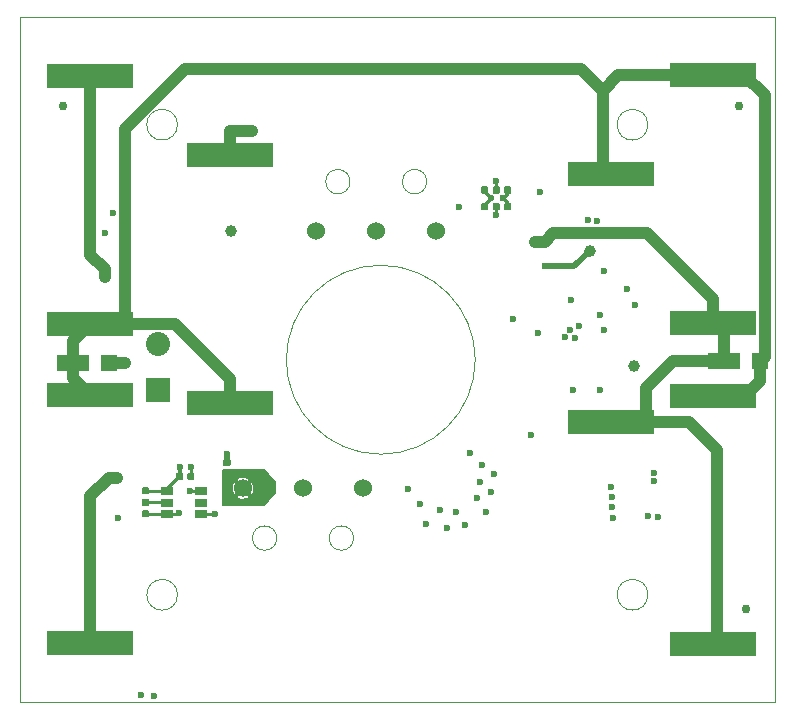
<source format=gbr>
%TF.GenerationSoftware,KiCad,Pcbnew,(5.1.5)-3*%
%TF.CreationDate,2020-08-30T11:50:14-07:00*%
%TF.ProjectId,ypanel,7970616e-656c-42e6-9b69-6361645f7063,rev?*%
%TF.SameCoordinates,Original*%
%TF.FileFunction,Copper,L1,Top*%
%TF.FilePolarity,Positive*%
%FSLAX46Y46*%
G04 Gerber Fmt 4.6, Leading zero omitted, Abs format (unit mm)*
G04 Created by KiCad (PCBNEW (5.1.5)-3) date 2020-08-30 11:50:14*
%MOMM*%
%LPD*%
G04 APERTURE LIST*
%ADD10C,0.100000*%
%ADD11C,0.050000*%
%ADD12C,0.750000*%
%ADD13R,1.400000X1.400000*%
%ADD14R,2.700000X1.400000*%
%ADD15R,7.400000X2.000000*%
%ADD16C,2.032000*%
%ADD17R,2.032000X2.032000*%
%ADD18C,1.000000*%
%ADD19C,1.524000*%
%ADD20R,1.000000X0.700000*%
%ADD21C,0.600000*%
%ADD22C,1.000000*%
%ADD23C,0.480000*%
%ADD24C,0.240000*%
%ADD25C,0.320000*%
%ADD26C,0.248920*%
%ADD27C,0.127000*%
G04 APERTURE END LIST*
D10*
X151587000Y-99000001D02*
G75*
G03X151587000Y-99000001I-8000000J0D01*
G01*
X134779564Y-114100000D02*
G75*
G03X134779564Y-114100000I-1029564J0D01*
G01*
X141279564Y-114100000D02*
G75*
G03X141279564Y-114100000I-1029564J0D01*
G01*
X126375000Y-118900000D02*
G75*
G03X126375000Y-118900000I-1300000J0D01*
G01*
X140979564Y-83920436D02*
G75*
G03X140979564Y-83920436I-1029564J0D01*
G01*
X147479564Y-83920436D02*
G75*
G03X147479564Y-83920436I-1029564J0D01*
G01*
X176975000Y-70000000D02*
X176975000Y-128000000D01*
X166200000Y-118900000D02*
G75*
G03X166200000Y-118900000I-1300000J0D01*
G01*
D11*
X126372800Y-79100000D02*
G75*
G03X126372800Y-79100000I-1300000J0D01*
G01*
D10*
X166195000Y-79102480D02*
G75*
G03X166195000Y-79102480I-1300000J0D01*
G01*
X176975000Y-70000000D02*
X113000000Y-70000000D01*
X113000000Y-128000000D02*
X176975000Y-128000000D01*
X113000000Y-70000000D02*
X113000000Y-128000000D01*
D12*
X174526000Y-120115000D03*
X173954500Y-77504000D03*
D13*
X120595000Y-99250500D03*
D14*
X117545000Y-99250500D03*
D13*
X175713000Y-99123500D03*
D14*
X172663000Y-99123500D03*
D15*
X163098480Y-83250000D03*
X163098480Y-104250000D03*
D16*
X124764800Y-97691060D03*
D17*
X124764800Y-101546660D03*
D18*
X161267720Y-89773460D03*
X130873500Y-88138000D03*
X165036500Y-99568000D03*
D19*
X142080000Y-109900000D03*
X137000000Y-109900000D03*
X131920000Y-109900000D03*
X148300000Y-88100000D03*
X143200000Y-88100000D03*
X138100000Y-88100000D03*
D20*
X128354600Y-110148700D03*
X128354600Y-111098700D03*
X128354600Y-112048700D03*
X125454600Y-112048700D03*
X125454600Y-111098700D03*
X125454600Y-110148700D03*
D15*
X119000000Y-75000000D03*
X119000000Y-96000000D03*
X171742100Y-102063000D03*
X171742100Y-123063000D03*
X130850000Y-81650000D03*
X130850000Y-102650000D03*
X119000000Y-123000000D03*
X119000000Y-102000000D03*
X171686220Y-74890080D03*
X171686220Y-95890080D03*
%TA.AperFunction,SMDPad,CuDef*%
D10*
G36*
X130736958Y-108394710D02*
G01*
X130751276Y-108396834D01*
X130765317Y-108400351D01*
X130778946Y-108405228D01*
X130792031Y-108411417D01*
X130804447Y-108418858D01*
X130816073Y-108427481D01*
X130826798Y-108437202D01*
X130836519Y-108447927D01*
X130845142Y-108459553D01*
X130852583Y-108471969D01*
X130858772Y-108485054D01*
X130863649Y-108498683D01*
X130867166Y-108512724D01*
X130869290Y-108527042D01*
X130870000Y-108541500D01*
X130870000Y-108836500D01*
X130869290Y-108850958D01*
X130867166Y-108865276D01*
X130863649Y-108879317D01*
X130858772Y-108892946D01*
X130852583Y-108906031D01*
X130845142Y-108918447D01*
X130836519Y-108930073D01*
X130826798Y-108940798D01*
X130816073Y-108950519D01*
X130804447Y-108959142D01*
X130792031Y-108966583D01*
X130778946Y-108972772D01*
X130765317Y-108977649D01*
X130751276Y-108981166D01*
X130736958Y-108983290D01*
X130722500Y-108984000D01*
X130377500Y-108984000D01*
X130363042Y-108983290D01*
X130348724Y-108981166D01*
X130334683Y-108977649D01*
X130321054Y-108972772D01*
X130307969Y-108966583D01*
X130295553Y-108959142D01*
X130283927Y-108950519D01*
X130273202Y-108940798D01*
X130263481Y-108930073D01*
X130254858Y-108918447D01*
X130247417Y-108906031D01*
X130241228Y-108892946D01*
X130236351Y-108879317D01*
X130232834Y-108865276D01*
X130230710Y-108850958D01*
X130230000Y-108836500D01*
X130230000Y-108541500D01*
X130230710Y-108527042D01*
X130232834Y-108512724D01*
X130236351Y-108498683D01*
X130241228Y-108485054D01*
X130247417Y-108471969D01*
X130254858Y-108459553D01*
X130263481Y-108447927D01*
X130273202Y-108437202D01*
X130283927Y-108427481D01*
X130295553Y-108418858D01*
X130307969Y-108411417D01*
X130321054Y-108405228D01*
X130334683Y-108400351D01*
X130348724Y-108396834D01*
X130363042Y-108394710D01*
X130377500Y-108394000D01*
X130722500Y-108394000D01*
X130736958Y-108394710D01*
G37*
%TD.AperFunction*%
%TA.AperFunction,SMDPad,CuDef*%
G36*
X130736958Y-107424710D02*
G01*
X130751276Y-107426834D01*
X130765317Y-107430351D01*
X130778946Y-107435228D01*
X130792031Y-107441417D01*
X130804447Y-107448858D01*
X130816073Y-107457481D01*
X130826798Y-107467202D01*
X130836519Y-107477927D01*
X130845142Y-107489553D01*
X130852583Y-107501969D01*
X130858772Y-107515054D01*
X130863649Y-107528683D01*
X130867166Y-107542724D01*
X130869290Y-107557042D01*
X130870000Y-107571500D01*
X130870000Y-107866500D01*
X130869290Y-107880958D01*
X130867166Y-107895276D01*
X130863649Y-107909317D01*
X130858772Y-107922946D01*
X130852583Y-107936031D01*
X130845142Y-107948447D01*
X130836519Y-107960073D01*
X130826798Y-107970798D01*
X130816073Y-107980519D01*
X130804447Y-107989142D01*
X130792031Y-107996583D01*
X130778946Y-108002772D01*
X130765317Y-108007649D01*
X130751276Y-108011166D01*
X130736958Y-108013290D01*
X130722500Y-108014000D01*
X130377500Y-108014000D01*
X130363042Y-108013290D01*
X130348724Y-108011166D01*
X130334683Y-108007649D01*
X130321054Y-108002772D01*
X130307969Y-107996583D01*
X130295553Y-107989142D01*
X130283927Y-107980519D01*
X130273202Y-107970798D01*
X130263481Y-107960073D01*
X130254858Y-107948447D01*
X130247417Y-107936031D01*
X130241228Y-107922946D01*
X130236351Y-107909317D01*
X130232834Y-107895276D01*
X130230710Y-107880958D01*
X130230000Y-107866500D01*
X130230000Y-107571500D01*
X130230710Y-107557042D01*
X130232834Y-107542724D01*
X130236351Y-107528683D01*
X130241228Y-107515054D01*
X130247417Y-107501969D01*
X130254858Y-107489553D01*
X130263481Y-107477927D01*
X130273202Y-107467202D01*
X130283927Y-107457481D01*
X130295553Y-107448858D01*
X130307969Y-107441417D01*
X130321054Y-107435228D01*
X130334683Y-107430351D01*
X130348724Y-107426834D01*
X130363042Y-107424710D01*
X130377500Y-107424000D01*
X130722500Y-107424000D01*
X130736958Y-107424710D01*
G37*
%TD.AperFunction*%
%TA.AperFunction,SMDPad,CuDef*%
G36*
X126708558Y-108556910D02*
G01*
X126722876Y-108559034D01*
X126736917Y-108562551D01*
X126750546Y-108567428D01*
X126763631Y-108573617D01*
X126776047Y-108581058D01*
X126787673Y-108589681D01*
X126798398Y-108599402D01*
X126808119Y-108610127D01*
X126816742Y-108621753D01*
X126824183Y-108634169D01*
X126830372Y-108647254D01*
X126835249Y-108660883D01*
X126838766Y-108674924D01*
X126840890Y-108689242D01*
X126841600Y-108703700D01*
X126841600Y-109048700D01*
X126840890Y-109063158D01*
X126838766Y-109077476D01*
X126835249Y-109091517D01*
X126830372Y-109105146D01*
X126824183Y-109118231D01*
X126816742Y-109130647D01*
X126808119Y-109142273D01*
X126798398Y-109152998D01*
X126787673Y-109162719D01*
X126776047Y-109171342D01*
X126763631Y-109178783D01*
X126750546Y-109184972D01*
X126736917Y-109189849D01*
X126722876Y-109193366D01*
X126708558Y-109195490D01*
X126694100Y-109196200D01*
X126399100Y-109196200D01*
X126384642Y-109195490D01*
X126370324Y-109193366D01*
X126356283Y-109189849D01*
X126342654Y-109184972D01*
X126329569Y-109178783D01*
X126317153Y-109171342D01*
X126305527Y-109162719D01*
X126294802Y-109152998D01*
X126285081Y-109142273D01*
X126276458Y-109130647D01*
X126269017Y-109118231D01*
X126262828Y-109105146D01*
X126257951Y-109091517D01*
X126254434Y-109077476D01*
X126252310Y-109063158D01*
X126251600Y-109048700D01*
X126251600Y-108703700D01*
X126252310Y-108689242D01*
X126254434Y-108674924D01*
X126257951Y-108660883D01*
X126262828Y-108647254D01*
X126269017Y-108634169D01*
X126276458Y-108621753D01*
X126285081Y-108610127D01*
X126294802Y-108599402D01*
X126305527Y-108589681D01*
X126317153Y-108581058D01*
X126329569Y-108573617D01*
X126342654Y-108567428D01*
X126356283Y-108562551D01*
X126370324Y-108559034D01*
X126384642Y-108556910D01*
X126399100Y-108556200D01*
X126694100Y-108556200D01*
X126708558Y-108556910D01*
G37*
%TD.AperFunction*%
%TA.AperFunction,SMDPad,CuDef*%
G36*
X127678558Y-108556910D02*
G01*
X127692876Y-108559034D01*
X127706917Y-108562551D01*
X127720546Y-108567428D01*
X127733631Y-108573617D01*
X127746047Y-108581058D01*
X127757673Y-108589681D01*
X127768398Y-108599402D01*
X127778119Y-108610127D01*
X127786742Y-108621753D01*
X127794183Y-108634169D01*
X127800372Y-108647254D01*
X127805249Y-108660883D01*
X127808766Y-108674924D01*
X127810890Y-108689242D01*
X127811600Y-108703700D01*
X127811600Y-109048700D01*
X127810890Y-109063158D01*
X127808766Y-109077476D01*
X127805249Y-109091517D01*
X127800372Y-109105146D01*
X127794183Y-109118231D01*
X127786742Y-109130647D01*
X127778119Y-109142273D01*
X127768398Y-109152998D01*
X127757673Y-109162719D01*
X127746047Y-109171342D01*
X127733631Y-109178783D01*
X127720546Y-109184972D01*
X127706917Y-109189849D01*
X127692876Y-109193366D01*
X127678558Y-109195490D01*
X127664100Y-109196200D01*
X127369100Y-109196200D01*
X127354642Y-109195490D01*
X127340324Y-109193366D01*
X127326283Y-109189849D01*
X127312654Y-109184972D01*
X127299569Y-109178783D01*
X127287153Y-109171342D01*
X127275527Y-109162719D01*
X127264802Y-109152998D01*
X127255081Y-109142273D01*
X127246458Y-109130647D01*
X127239017Y-109118231D01*
X127232828Y-109105146D01*
X127227951Y-109091517D01*
X127224434Y-109077476D01*
X127222310Y-109063158D01*
X127221600Y-109048700D01*
X127221600Y-108703700D01*
X127222310Y-108689242D01*
X127224434Y-108674924D01*
X127227951Y-108660883D01*
X127232828Y-108647254D01*
X127239017Y-108634169D01*
X127246458Y-108621753D01*
X127255081Y-108610127D01*
X127264802Y-108599402D01*
X127275527Y-108589681D01*
X127287153Y-108581058D01*
X127299569Y-108573617D01*
X127312654Y-108567428D01*
X127326283Y-108562551D01*
X127340324Y-108559034D01*
X127354642Y-108556910D01*
X127369100Y-108556200D01*
X127664100Y-108556200D01*
X127678558Y-108556910D01*
G37*
%TD.AperFunction*%
%TA.AperFunction,SMDPad,CuDef*%
G36*
X153523958Y-84314310D02*
G01*
X153538276Y-84316434D01*
X153552317Y-84319951D01*
X153565946Y-84324828D01*
X153579031Y-84331017D01*
X153591447Y-84338458D01*
X153603073Y-84347081D01*
X153613798Y-84356802D01*
X153623519Y-84367527D01*
X153632142Y-84379153D01*
X153639583Y-84391569D01*
X153645772Y-84404654D01*
X153650649Y-84418283D01*
X153654166Y-84432324D01*
X153656290Y-84446642D01*
X153657000Y-84461100D01*
X153657000Y-84806100D01*
X153656290Y-84820558D01*
X153654166Y-84834876D01*
X153650649Y-84848917D01*
X153645772Y-84862546D01*
X153639583Y-84875631D01*
X153632142Y-84888047D01*
X153623519Y-84899673D01*
X153613798Y-84910398D01*
X153603073Y-84920119D01*
X153591447Y-84928742D01*
X153579031Y-84936183D01*
X153565946Y-84942372D01*
X153552317Y-84947249D01*
X153538276Y-84950766D01*
X153523958Y-84952890D01*
X153509500Y-84953600D01*
X153214500Y-84953600D01*
X153200042Y-84952890D01*
X153185724Y-84950766D01*
X153171683Y-84947249D01*
X153158054Y-84942372D01*
X153144969Y-84936183D01*
X153132553Y-84928742D01*
X153120927Y-84920119D01*
X153110202Y-84910398D01*
X153100481Y-84899673D01*
X153091858Y-84888047D01*
X153084417Y-84875631D01*
X153078228Y-84862546D01*
X153073351Y-84848917D01*
X153069834Y-84834876D01*
X153067710Y-84820558D01*
X153067000Y-84806100D01*
X153067000Y-84461100D01*
X153067710Y-84446642D01*
X153069834Y-84432324D01*
X153073351Y-84418283D01*
X153078228Y-84404654D01*
X153084417Y-84391569D01*
X153091858Y-84379153D01*
X153100481Y-84367527D01*
X153110202Y-84356802D01*
X153120927Y-84347081D01*
X153132553Y-84338458D01*
X153144969Y-84331017D01*
X153158054Y-84324828D01*
X153171683Y-84319951D01*
X153185724Y-84316434D01*
X153200042Y-84314310D01*
X153214500Y-84313600D01*
X153509500Y-84313600D01*
X153523958Y-84314310D01*
G37*
%TD.AperFunction*%
%TA.AperFunction,SMDPad,CuDef*%
G36*
X154493958Y-84314310D02*
G01*
X154508276Y-84316434D01*
X154522317Y-84319951D01*
X154535946Y-84324828D01*
X154549031Y-84331017D01*
X154561447Y-84338458D01*
X154573073Y-84347081D01*
X154583798Y-84356802D01*
X154593519Y-84367527D01*
X154602142Y-84379153D01*
X154609583Y-84391569D01*
X154615772Y-84404654D01*
X154620649Y-84418283D01*
X154624166Y-84432324D01*
X154626290Y-84446642D01*
X154627000Y-84461100D01*
X154627000Y-84806100D01*
X154626290Y-84820558D01*
X154624166Y-84834876D01*
X154620649Y-84848917D01*
X154615772Y-84862546D01*
X154609583Y-84875631D01*
X154602142Y-84888047D01*
X154593519Y-84899673D01*
X154583798Y-84910398D01*
X154573073Y-84920119D01*
X154561447Y-84928742D01*
X154549031Y-84936183D01*
X154535946Y-84942372D01*
X154522317Y-84947249D01*
X154508276Y-84950766D01*
X154493958Y-84952890D01*
X154479500Y-84953600D01*
X154184500Y-84953600D01*
X154170042Y-84952890D01*
X154155724Y-84950766D01*
X154141683Y-84947249D01*
X154128054Y-84942372D01*
X154114969Y-84936183D01*
X154102553Y-84928742D01*
X154090927Y-84920119D01*
X154080202Y-84910398D01*
X154070481Y-84899673D01*
X154061858Y-84888047D01*
X154054417Y-84875631D01*
X154048228Y-84862546D01*
X154043351Y-84848917D01*
X154039834Y-84834876D01*
X154037710Y-84820558D01*
X154037000Y-84806100D01*
X154037000Y-84461100D01*
X154037710Y-84446642D01*
X154039834Y-84432324D01*
X154043351Y-84418283D01*
X154048228Y-84404654D01*
X154054417Y-84391569D01*
X154061858Y-84379153D01*
X154070481Y-84367527D01*
X154080202Y-84356802D01*
X154090927Y-84347081D01*
X154102553Y-84338458D01*
X154114969Y-84331017D01*
X154128054Y-84324828D01*
X154141683Y-84319951D01*
X154155724Y-84316434D01*
X154170042Y-84314310D01*
X154184500Y-84313600D01*
X154479500Y-84313600D01*
X154493958Y-84314310D01*
G37*
%TD.AperFunction*%
%TA.AperFunction,SMDPad,CuDef*%
G36*
X152553678Y-84314310D02*
G01*
X152567996Y-84316434D01*
X152582037Y-84319951D01*
X152595666Y-84324828D01*
X152608751Y-84331017D01*
X152621167Y-84338458D01*
X152632793Y-84347081D01*
X152643518Y-84356802D01*
X152653239Y-84367527D01*
X152661862Y-84379153D01*
X152669303Y-84391569D01*
X152675492Y-84404654D01*
X152680369Y-84418283D01*
X152683886Y-84432324D01*
X152686010Y-84446642D01*
X152686720Y-84461100D01*
X152686720Y-84806100D01*
X152686010Y-84820558D01*
X152683886Y-84834876D01*
X152680369Y-84848917D01*
X152675492Y-84862546D01*
X152669303Y-84875631D01*
X152661862Y-84888047D01*
X152653239Y-84899673D01*
X152643518Y-84910398D01*
X152632793Y-84920119D01*
X152621167Y-84928742D01*
X152608751Y-84936183D01*
X152595666Y-84942372D01*
X152582037Y-84947249D01*
X152567996Y-84950766D01*
X152553678Y-84952890D01*
X152539220Y-84953600D01*
X152244220Y-84953600D01*
X152229762Y-84952890D01*
X152215444Y-84950766D01*
X152201403Y-84947249D01*
X152187774Y-84942372D01*
X152174689Y-84936183D01*
X152162273Y-84928742D01*
X152150647Y-84920119D01*
X152139922Y-84910398D01*
X152130201Y-84899673D01*
X152121578Y-84888047D01*
X152114137Y-84875631D01*
X152107948Y-84862546D01*
X152103071Y-84848917D01*
X152099554Y-84834876D01*
X152097430Y-84820558D01*
X152096720Y-84806100D01*
X152096720Y-84461100D01*
X152097430Y-84446642D01*
X152099554Y-84432324D01*
X152103071Y-84418283D01*
X152107948Y-84404654D01*
X152114137Y-84391569D01*
X152121578Y-84379153D01*
X152130201Y-84367527D01*
X152139922Y-84356802D01*
X152150647Y-84347081D01*
X152162273Y-84338458D01*
X152174689Y-84331017D01*
X152187774Y-84324828D01*
X152201403Y-84319951D01*
X152215444Y-84316434D01*
X152229762Y-84314310D01*
X152244220Y-84313600D01*
X152539220Y-84313600D01*
X152553678Y-84314310D01*
G37*
%TD.AperFunction*%
%TA.AperFunction,SMDPad,CuDef*%
G36*
X153523678Y-84314310D02*
G01*
X153537996Y-84316434D01*
X153552037Y-84319951D01*
X153565666Y-84324828D01*
X153578751Y-84331017D01*
X153591167Y-84338458D01*
X153602793Y-84347081D01*
X153613518Y-84356802D01*
X153623239Y-84367527D01*
X153631862Y-84379153D01*
X153639303Y-84391569D01*
X153645492Y-84404654D01*
X153650369Y-84418283D01*
X153653886Y-84432324D01*
X153656010Y-84446642D01*
X153656720Y-84461100D01*
X153656720Y-84806100D01*
X153656010Y-84820558D01*
X153653886Y-84834876D01*
X153650369Y-84848917D01*
X153645492Y-84862546D01*
X153639303Y-84875631D01*
X153631862Y-84888047D01*
X153623239Y-84899673D01*
X153613518Y-84910398D01*
X153602793Y-84920119D01*
X153591167Y-84928742D01*
X153578751Y-84936183D01*
X153565666Y-84942372D01*
X153552037Y-84947249D01*
X153537996Y-84950766D01*
X153523678Y-84952890D01*
X153509220Y-84953600D01*
X153214220Y-84953600D01*
X153199762Y-84952890D01*
X153185444Y-84950766D01*
X153171403Y-84947249D01*
X153157774Y-84942372D01*
X153144689Y-84936183D01*
X153132273Y-84928742D01*
X153120647Y-84920119D01*
X153109922Y-84910398D01*
X153100201Y-84899673D01*
X153091578Y-84888047D01*
X153084137Y-84875631D01*
X153077948Y-84862546D01*
X153073071Y-84848917D01*
X153069554Y-84834876D01*
X153067430Y-84820558D01*
X153066720Y-84806100D01*
X153066720Y-84461100D01*
X153067430Y-84446642D01*
X153069554Y-84432324D01*
X153073071Y-84418283D01*
X153077948Y-84404654D01*
X153084137Y-84391569D01*
X153091578Y-84379153D01*
X153100201Y-84367527D01*
X153109922Y-84356802D01*
X153120647Y-84347081D01*
X153132273Y-84338458D01*
X153144689Y-84331017D01*
X153157774Y-84324828D01*
X153171403Y-84319951D01*
X153185444Y-84316434D01*
X153199762Y-84314310D01*
X153214220Y-84313600D01*
X153509220Y-84313600D01*
X153523678Y-84314310D01*
G37*
%TD.AperFunction*%
%TA.AperFunction,SMDPad,CuDef*%
G36*
X153523958Y-85711310D02*
G01*
X153538276Y-85713434D01*
X153552317Y-85716951D01*
X153565946Y-85721828D01*
X153579031Y-85728017D01*
X153591447Y-85735458D01*
X153603073Y-85744081D01*
X153613798Y-85753802D01*
X153623519Y-85764527D01*
X153632142Y-85776153D01*
X153639583Y-85788569D01*
X153645772Y-85801654D01*
X153650649Y-85815283D01*
X153654166Y-85829324D01*
X153656290Y-85843642D01*
X153657000Y-85858100D01*
X153657000Y-86203100D01*
X153656290Y-86217558D01*
X153654166Y-86231876D01*
X153650649Y-86245917D01*
X153645772Y-86259546D01*
X153639583Y-86272631D01*
X153632142Y-86285047D01*
X153623519Y-86296673D01*
X153613798Y-86307398D01*
X153603073Y-86317119D01*
X153591447Y-86325742D01*
X153579031Y-86333183D01*
X153565946Y-86339372D01*
X153552317Y-86344249D01*
X153538276Y-86347766D01*
X153523958Y-86349890D01*
X153509500Y-86350600D01*
X153214500Y-86350600D01*
X153200042Y-86349890D01*
X153185724Y-86347766D01*
X153171683Y-86344249D01*
X153158054Y-86339372D01*
X153144969Y-86333183D01*
X153132553Y-86325742D01*
X153120927Y-86317119D01*
X153110202Y-86307398D01*
X153100481Y-86296673D01*
X153091858Y-86285047D01*
X153084417Y-86272631D01*
X153078228Y-86259546D01*
X153073351Y-86245917D01*
X153069834Y-86231876D01*
X153067710Y-86217558D01*
X153067000Y-86203100D01*
X153067000Y-85858100D01*
X153067710Y-85843642D01*
X153069834Y-85829324D01*
X153073351Y-85815283D01*
X153078228Y-85801654D01*
X153084417Y-85788569D01*
X153091858Y-85776153D01*
X153100481Y-85764527D01*
X153110202Y-85753802D01*
X153120927Y-85744081D01*
X153132553Y-85735458D01*
X153144969Y-85728017D01*
X153158054Y-85721828D01*
X153171683Y-85716951D01*
X153185724Y-85713434D01*
X153200042Y-85711310D01*
X153214500Y-85710600D01*
X153509500Y-85710600D01*
X153523958Y-85711310D01*
G37*
%TD.AperFunction*%
%TA.AperFunction,SMDPad,CuDef*%
G36*
X154493958Y-85711310D02*
G01*
X154508276Y-85713434D01*
X154522317Y-85716951D01*
X154535946Y-85721828D01*
X154549031Y-85728017D01*
X154561447Y-85735458D01*
X154573073Y-85744081D01*
X154583798Y-85753802D01*
X154593519Y-85764527D01*
X154602142Y-85776153D01*
X154609583Y-85788569D01*
X154615772Y-85801654D01*
X154620649Y-85815283D01*
X154624166Y-85829324D01*
X154626290Y-85843642D01*
X154627000Y-85858100D01*
X154627000Y-86203100D01*
X154626290Y-86217558D01*
X154624166Y-86231876D01*
X154620649Y-86245917D01*
X154615772Y-86259546D01*
X154609583Y-86272631D01*
X154602142Y-86285047D01*
X154593519Y-86296673D01*
X154583798Y-86307398D01*
X154573073Y-86317119D01*
X154561447Y-86325742D01*
X154549031Y-86333183D01*
X154535946Y-86339372D01*
X154522317Y-86344249D01*
X154508276Y-86347766D01*
X154493958Y-86349890D01*
X154479500Y-86350600D01*
X154184500Y-86350600D01*
X154170042Y-86349890D01*
X154155724Y-86347766D01*
X154141683Y-86344249D01*
X154128054Y-86339372D01*
X154114969Y-86333183D01*
X154102553Y-86325742D01*
X154090927Y-86317119D01*
X154080202Y-86307398D01*
X154070481Y-86296673D01*
X154061858Y-86285047D01*
X154054417Y-86272631D01*
X154048228Y-86259546D01*
X154043351Y-86245917D01*
X154039834Y-86231876D01*
X154037710Y-86217558D01*
X154037000Y-86203100D01*
X154037000Y-85858100D01*
X154037710Y-85843642D01*
X154039834Y-85829324D01*
X154043351Y-85815283D01*
X154048228Y-85801654D01*
X154054417Y-85788569D01*
X154061858Y-85776153D01*
X154070481Y-85764527D01*
X154080202Y-85753802D01*
X154090927Y-85744081D01*
X154102553Y-85735458D01*
X154114969Y-85728017D01*
X154128054Y-85721828D01*
X154141683Y-85716951D01*
X154155724Y-85713434D01*
X154170042Y-85711310D01*
X154184500Y-85710600D01*
X154479500Y-85710600D01*
X154493958Y-85711310D01*
G37*
%TD.AperFunction*%
%TA.AperFunction,SMDPad,CuDef*%
G36*
X152553678Y-85711310D02*
G01*
X152567996Y-85713434D01*
X152582037Y-85716951D01*
X152595666Y-85721828D01*
X152608751Y-85728017D01*
X152621167Y-85735458D01*
X152632793Y-85744081D01*
X152643518Y-85753802D01*
X152653239Y-85764527D01*
X152661862Y-85776153D01*
X152669303Y-85788569D01*
X152675492Y-85801654D01*
X152680369Y-85815283D01*
X152683886Y-85829324D01*
X152686010Y-85843642D01*
X152686720Y-85858100D01*
X152686720Y-86203100D01*
X152686010Y-86217558D01*
X152683886Y-86231876D01*
X152680369Y-86245917D01*
X152675492Y-86259546D01*
X152669303Y-86272631D01*
X152661862Y-86285047D01*
X152653239Y-86296673D01*
X152643518Y-86307398D01*
X152632793Y-86317119D01*
X152621167Y-86325742D01*
X152608751Y-86333183D01*
X152595666Y-86339372D01*
X152582037Y-86344249D01*
X152567996Y-86347766D01*
X152553678Y-86349890D01*
X152539220Y-86350600D01*
X152244220Y-86350600D01*
X152229762Y-86349890D01*
X152215444Y-86347766D01*
X152201403Y-86344249D01*
X152187774Y-86339372D01*
X152174689Y-86333183D01*
X152162273Y-86325742D01*
X152150647Y-86317119D01*
X152139922Y-86307398D01*
X152130201Y-86296673D01*
X152121578Y-86285047D01*
X152114137Y-86272631D01*
X152107948Y-86259546D01*
X152103071Y-86245917D01*
X152099554Y-86231876D01*
X152097430Y-86217558D01*
X152096720Y-86203100D01*
X152096720Y-85858100D01*
X152097430Y-85843642D01*
X152099554Y-85829324D01*
X152103071Y-85815283D01*
X152107948Y-85801654D01*
X152114137Y-85788569D01*
X152121578Y-85776153D01*
X152130201Y-85764527D01*
X152139922Y-85753802D01*
X152150647Y-85744081D01*
X152162273Y-85735458D01*
X152174689Y-85728017D01*
X152187774Y-85721828D01*
X152201403Y-85716951D01*
X152215444Y-85713434D01*
X152229762Y-85711310D01*
X152244220Y-85710600D01*
X152539220Y-85710600D01*
X152553678Y-85711310D01*
G37*
%TD.AperFunction*%
%TA.AperFunction,SMDPad,CuDef*%
G36*
X153523678Y-85711310D02*
G01*
X153537996Y-85713434D01*
X153552037Y-85716951D01*
X153565666Y-85721828D01*
X153578751Y-85728017D01*
X153591167Y-85735458D01*
X153602793Y-85744081D01*
X153613518Y-85753802D01*
X153623239Y-85764527D01*
X153631862Y-85776153D01*
X153639303Y-85788569D01*
X153645492Y-85801654D01*
X153650369Y-85815283D01*
X153653886Y-85829324D01*
X153656010Y-85843642D01*
X153656720Y-85858100D01*
X153656720Y-86203100D01*
X153656010Y-86217558D01*
X153653886Y-86231876D01*
X153650369Y-86245917D01*
X153645492Y-86259546D01*
X153639303Y-86272631D01*
X153631862Y-86285047D01*
X153623239Y-86296673D01*
X153613518Y-86307398D01*
X153602793Y-86317119D01*
X153591167Y-86325742D01*
X153578751Y-86333183D01*
X153565666Y-86339372D01*
X153552037Y-86344249D01*
X153537996Y-86347766D01*
X153523678Y-86349890D01*
X153509220Y-86350600D01*
X153214220Y-86350600D01*
X153199762Y-86349890D01*
X153185444Y-86347766D01*
X153171403Y-86344249D01*
X153157774Y-86339372D01*
X153144689Y-86333183D01*
X153132273Y-86325742D01*
X153120647Y-86317119D01*
X153109922Y-86307398D01*
X153100201Y-86296673D01*
X153091578Y-86285047D01*
X153084137Y-86272631D01*
X153077948Y-86259546D01*
X153073071Y-86245917D01*
X153069554Y-86231876D01*
X153067430Y-86217558D01*
X153066720Y-86203100D01*
X153066720Y-85858100D01*
X153067430Y-85843642D01*
X153069554Y-85829324D01*
X153073071Y-85815283D01*
X153077948Y-85801654D01*
X153084137Y-85788569D01*
X153091578Y-85776153D01*
X153100201Y-85764527D01*
X153109922Y-85753802D01*
X153120647Y-85744081D01*
X153132273Y-85735458D01*
X153144689Y-85728017D01*
X153157774Y-85721828D01*
X153171403Y-85716951D01*
X153185444Y-85713434D01*
X153199762Y-85711310D01*
X153214220Y-85710600D01*
X153509220Y-85710600D01*
X153523678Y-85711310D01*
G37*
%TD.AperFunction*%
%TA.AperFunction,SMDPad,CuDef*%
G36*
X123853058Y-110786910D02*
G01*
X123867376Y-110789034D01*
X123881417Y-110792551D01*
X123895046Y-110797428D01*
X123908131Y-110803617D01*
X123920547Y-110811058D01*
X123932173Y-110819681D01*
X123942898Y-110829402D01*
X123952619Y-110840127D01*
X123961242Y-110851753D01*
X123968683Y-110864169D01*
X123974872Y-110877254D01*
X123979749Y-110890883D01*
X123983266Y-110904924D01*
X123985390Y-110919242D01*
X123986100Y-110933700D01*
X123986100Y-111228700D01*
X123985390Y-111243158D01*
X123983266Y-111257476D01*
X123979749Y-111271517D01*
X123974872Y-111285146D01*
X123968683Y-111298231D01*
X123961242Y-111310647D01*
X123952619Y-111322273D01*
X123942898Y-111332998D01*
X123932173Y-111342719D01*
X123920547Y-111351342D01*
X123908131Y-111358783D01*
X123895046Y-111364972D01*
X123881417Y-111369849D01*
X123867376Y-111373366D01*
X123853058Y-111375490D01*
X123838600Y-111376200D01*
X123493600Y-111376200D01*
X123479142Y-111375490D01*
X123464824Y-111373366D01*
X123450783Y-111369849D01*
X123437154Y-111364972D01*
X123424069Y-111358783D01*
X123411653Y-111351342D01*
X123400027Y-111342719D01*
X123389302Y-111332998D01*
X123379581Y-111322273D01*
X123370958Y-111310647D01*
X123363517Y-111298231D01*
X123357328Y-111285146D01*
X123352451Y-111271517D01*
X123348934Y-111257476D01*
X123346810Y-111243158D01*
X123346100Y-111228700D01*
X123346100Y-110933700D01*
X123346810Y-110919242D01*
X123348934Y-110904924D01*
X123352451Y-110890883D01*
X123357328Y-110877254D01*
X123363517Y-110864169D01*
X123370958Y-110851753D01*
X123379581Y-110840127D01*
X123389302Y-110829402D01*
X123400027Y-110819681D01*
X123411653Y-110811058D01*
X123424069Y-110803617D01*
X123437154Y-110797428D01*
X123450783Y-110792551D01*
X123464824Y-110789034D01*
X123479142Y-110786910D01*
X123493600Y-110786200D01*
X123838600Y-110786200D01*
X123853058Y-110786910D01*
G37*
%TD.AperFunction*%
%TA.AperFunction,SMDPad,CuDef*%
G36*
X123853058Y-111756910D02*
G01*
X123867376Y-111759034D01*
X123881417Y-111762551D01*
X123895046Y-111767428D01*
X123908131Y-111773617D01*
X123920547Y-111781058D01*
X123932173Y-111789681D01*
X123942898Y-111799402D01*
X123952619Y-111810127D01*
X123961242Y-111821753D01*
X123968683Y-111834169D01*
X123974872Y-111847254D01*
X123979749Y-111860883D01*
X123983266Y-111874924D01*
X123985390Y-111889242D01*
X123986100Y-111903700D01*
X123986100Y-112198700D01*
X123985390Y-112213158D01*
X123983266Y-112227476D01*
X123979749Y-112241517D01*
X123974872Y-112255146D01*
X123968683Y-112268231D01*
X123961242Y-112280647D01*
X123952619Y-112292273D01*
X123942898Y-112302998D01*
X123932173Y-112312719D01*
X123920547Y-112321342D01*
X123908131Y-112328783D01*
X123895046Y-112334972D01*
X123881417Y-112339849D01*
X123867376Y-112343366D01*
X123853058Y-112345490D01*
X123838600Y-112346200D01*
X123493600Y-112346200D01*
X123479142Y-112345490D01*
X123464824Y-112343366D01*
X123450783Y-112339849D01*
X123437154Y-112334972D01*
X123424069Y-112328783D01*
X123411653Y-112321342D01*
X123400027Y-112312719D01*
X123389302Y-112302998D01*
X123379581Y-112292273D01*
X123370958Y-112280647D01*
X123363517Y-112268231D01*
X123357328Y-112255146D01*
X123352451Y-112241517D01*
X123348934Y-112227476D01*
X123346810Y-112213158D01*
X123346100Y-112198700D01*
X123346100Y-111903700D01*
X123346810Y-111889242D01*
X123348934Y-111874924D01*
X123352451Y-111860883D01*
X123357328Y-111847254D01*
X123363517Y-111834169D01*
X123370958Y-111821753D01*
X123379581Y-111810127D01*
X123389302Y-111799402D01*
X123400027Y-111789681D01*
X123411653Y-111781058D01*
X123424069Y-111773617D01*
X123437154Y-111767428D01*
X123450783Y-111762551D01*
X123464824Y-111759034D01*
X123479142Y-111756910D01*
X123493600Y-111756200D01*
X123838600Y-111756200D01*
X123853058Y-111756910D01*
G37*
%TD.AperFunction*%
%TA.AperFunction,SMDPad,CuDef*%
G36*
X123853058Y-109811410D02*
G01*
X123867376Y-109813534D01*
X123881417Y-109817051D01*
X123895046Y-109821928D01*
X123908131Y-109828117D01*
X123920547Y-109835558D01*
X123932173Y-109844181D01*
X123942898Y-109853902D01*
X123952619Y-109864627D01*
X123961242Y-109876253D01*
X123968683Y-109888669D01*
X123974872Y-109901754D01*
X123979749Y-109915383D01*
X123983266Y-109929424D01*
X123985390Y-109943742D01*
X123986100Y-109958200D01*
X123986100Y-110253200D01*
X123985390Y-110267658D01*
X123983266Y-110281976D01*
X123979749Y-110296017D01*
X123974872Y-110309646D01*
X123968683Y-110322731D01*
X123961242Y-110335147D01*
X123952619Y-110346773D01*
X123942898Y-110357498D01*
X123932173Y-110367219D01*
X123920547Y-110375842D01*
X123908131Y-110383283D01*
X123895046Y-110389472D01*
X123881417Y-110394349D01*
X123867376Y-110397866D01*
X123853058Y-110399990D01*
X123838600Y-110400700D01*
X123493600Y-110400700D01*
X123479142Y-110399990D01*
X123464824Y-110397866D01*
X123450783Y-110394349D01*
X123437154Y-110389472D01*
X123424069Y-110383283D01*
X123411653Y-110375842D01*
X123400027Y-110367219D01*
X123389302Y-110357498D01*
X123379581Y-110346773D01*
X123370958Y-110335147D01*
X123363517Y-110322731D01*
X123357328Y-110309646D01*
X123352451Y-110296017D01*
X123348934Y-110281976D01*
X123346810Y-110267658D01*
X123346100Y-110253200D01*
X123346100Y-109958200D01*
X123346810Y-109943742D01*
X123348934Y-109929424D01*
X123352451Y-109915383D01*
X123357328Y-109901754D01*
X123363517Y-109888669D01*
X123370958Y-109876253D01*
X123379581Y-109864627D01*
X123389302Y-109853902D01*
X123400027Y-109844181D01*
X123411653Y-109835558D01*
X123424069Y-109828117D01*
X123437154Y-109821928D01*
X123450783Y-109817051D01*
X123464824Y-109813534D01*
X123479142Y-109811410D01*
X123493600Y-109810700D01*
X123838600Y-109810700D01*
X123853058Y-109811410D01*
G37*
%TD.AperFunction*%
%TA.AperFunction,SMDPad,CuDef*%
G36*
X123853058Y-110781410D02*
G01*
X123867376Y-110783534D01*
X123881417Y-110787051D01*
X123895046Y-110791928D01*
X123908131Y-110798117D01*
X123920547Y-110805558D01*
X123932173Y-110814181D01*
X123942898Y-110823902D01*
X123952619Y-110834627D01*
X123961242Y-110846253D01*
X123968683Y-110858669D01*
X123974872Y-110871754D01*
X123979749Y-110885383D01*
X123983266Y-110899424D01*
X123985390Y-110913742D01*
X123986100Y-110928200D01*
X123986100Y-111223200D01*
X123985390Y-111237658D01*
X123983266Y-111251976D01*
X123979749Y-111266017D01*
X123974872Y-111279646D01*
X123968683Y-111292731D01*
X123961242Y-111305147D01*
X123952619Y-111316773D01*
X123942898Y-111327498D01*
X123932173Y-111337219D01*
X123920547Y-111345842D01*
X123908131Y-111353283D01*
X123895046Y-111359472D01*
X123881417Y-111364349D01*
X123867376Y-111367866D01*
X123853058Y-111369990D01*
X123838600Y-111370700D01*
X123493600Y-111370700D01*
X123479142Y-111369990D01*
X123464824Y-111367866D01*
X123450783Y-111364349D01*
X123437154Y-111359472D01*
X123424069Y-111353283D01*
X123411653Y-111345842D01*
X123400027Y-111337219D01*
X123389302Y-111327498D01*
X123379581Y-111316773D01*
X123370958Y-111305147D01*
X123363517Y-111292731D01*
X123357328Y-111279646D01*
X123352451Y-111266017D01*
X123348934Y-111251976D01*
X123346810Y-111237658D01*
X123346100Y-111223200D01*
X123346100Y-110928200D01*
X123346810Y-110913742D01*
X123348934Y-110899424D01*
X123352451Y-110885383D01*
X123357328Y-110871754D01*
X123363517Y-110858669D01*
X123370958Y-110846253D01*
X123379581Y-110834627D01*
X123389302Y-110823902D01*
X123400027Y-110814181D01*
X123411653Y-110805558D01*
X123424069Y-110798117D01*
X123437154Y-110791928D01*
X123450783Y-110787051D01*
X123464824Y-110783534D01*
X123479142Y-110781410D01*
X123493600Y-110780700D01*
X123838600Y-110780700D01*
X123853058Y-110781410D01*
G37*
%TD.AperFunction*%
D12*
X116680500Y-77504000D03*
D21*
X150197820Y-86072980D03*
X159634500Y-96507000D03*
X160350000Y-96150000D03*
X159200000Y-97050000D03*
X160050000Y-97150000D03*
X163220400Y-112369600D03*
X165100000Y-94350000D03*
X121900000Y-99250000D03*
X130558000Y-106991000D03*
X131800000Y-79600000D03*
X132650000Y-79600000D03*
X120200000Y-91300000D03*
X120200000Y-92000000D03*
X121250000Y-109000000D03*
X152146000Y-107950000D03*
X145923000Y-109982000D03*
X146939000Y-111252000D03*
X149987000Y-111887000D03*
X150749000Y-113030000D03*
X151765000Y-110744000D03*
X152527000Y-111887000D03*
X152019000Y-109347000D03*
X148590000Y-111760000D03*
X151130000Y-106934000D03*
X149225000Y-113284000D03*
X147447000Y-112903000D03*
X152908000Y-110236000D03*
X153162000Y-108712000D03*
X126492000Y-112014000D03*
X127532575Y-108101584D03*
X120549010Y-109000000D03*
X162149946Y-95220946D03*
X159829500Y-101536494D03*
X157483120Y-91084100D03*
X163200000Y-111500000D03*
X156301440Y-105384600D03*
X126600000Y-108077020D03*
X157050000Y-84800000D03*
X156876844Y-96740660D03*
X162450000Y-91500000D03*
X154750000Y-95550000D03*
X163200000Y-110650000D03*
X129550000Y-112050000D03*
X127400000Y-110150000D03*
X163100000Y-109750000D03*
X166200000Y-112250000D03*
X153340597Y-83865157D03*
X161100000Y-87150000D03*
X166700000Y-109300000D03*
X166700000Y-108550000D03*
X161870307Y-87229693D03*
X167100000Y-112300000D03*
X153339000Y-86767200D03*
X124400000Y-127450000D03*
X123250000Y-127400000D03*
X121300000Y-112395000D03*
X120269000Y-88265000D03*
X152894500Y-85332100D03*
X120950000Y-86550000D03*
X153897800Y-85332100D03*
X162115500Y-101600000D03*
X162496500Y-96520000D03*
X159670844Y-93971156D03*
X164401500Y-93027500D03*
X156641703Y-89002155D03*
X157504833Y-89002155D03*
D22*
X162420300Y-76220340D02*
X162420300Y-78920340D01*
X163710640Y-74930000D02*
X162420300Y-76220340D01*
X171963800Y-74930000D02*
X163710640Y-74930000D01*
X117545000Y-97455000D02*
X119000000Y-96000000D01*
X117545000Y-99250500D02*
X117545000Y-97455000D01*
X117545000Y-100545000D02*
X119000000Y-102000000D01*
X117545000Y-99250500D02*
X117545000Y-100545000D01*
X130850000Y-100650000D02*
X130850000Y-102650000D01*
X126200000Y-96000000D02*
X130850000Y-100650000D01*
X119000000Y-96000000D02*
X126200000Y-96000000D01*
X162420300Y-76250800D02*
X162420300Y-78920340D01*
X160528000Y-74358500D02*
X162420300Y-76250800D01*
X127025683Y-74358500D02*
X160528000Y-74358500D01*
X121920000Y-79464183D02*
X127025683Y-74358500D01*
X121920000Y-95758000D02*
X121920000Y-79464183D01*
X162420300Y-82571820D02*
X163098480Y-83250000D01*
X162420300Y-81250000D02*
X162420300Y-82571820D01*
X162420300Y-81250000D02*
X162420300Y-78920340D01*
X162420300Y-82121820D02*
X162420300Y-81250000D01*
X176085500Y-76581000D02*
X174371000Y-74866500D01*
X175713000Y-99123500D02*
X176085500Y-98751000D01*
X176085500Y-98751000D02*
X176085500Y-76581000D01*
X175713000Y-99123500D02*
X175713000Y-100823500D01*
X174365000Y-102171500D02*
X171513500Y-102171500D01*
X175713000Y-100823500D02*
X174365000Y-102171500D01*
X120595000Y-99250500D02*
X121899500Y-99250500D01*
X121899500Y-99250500D02*
X121900000Y-99250000D01*
D23*
X130573000Y-107741000D02*
X130573000Y-107006000D01*
D24*
X125452100Y-112051200D02*
X125454600Y-112048700D01*
X123666100Y-112051200D02*
X125452100Y-112051200D01*
D22*
X130850000Y-79650000D02*
X130900000Y-79600000D01*
X130850000Y-81650000D02*
X130850000Y-79650000D01*
X130900000Y-79600000D02*
X131800000Y-79600000D01*
X131800000Y-79600000D02*
X132650000Y-79600000D01*
X119000000Y-75000000D02*
X119000000Y-90100000D01*
X119000000Y-90100000D02*
X120200000Y-91300000D01*
X120200000Y-91300000D02*
X120200000Y-92000000D01*
D24*
X125454600Y-112048700D02*
X126457300Y-112048700D01*
X126457300Y-112048700D02*
X126492000Y-112014000D01*
X127516600Y-108117559D02*
X127532575Y-108101584D01*
X127516600Y-108876200D02*
X127516600Y-108117559D01*
D22*
X119000000Y-123000000D02*
X119000000Y-110549010D01*
X119000000Y-110549010D02*
X120549010Y-109000000D01*
X121250000Y-109000000D02*
X120549010Y-109000000D01*
D23*
X159957080Y-91084100D02*
X161267720Y-89773460D01*
X157483120Y-91084100D02*
X159957080Y-91084100D01*
D24*
X125411600Y-110105700D02*
X125454600Y-110148700D01*
X123666100Y-110105700D02*
X125411600Y-110105700D01*
D25*
X125500000Y-109922800D02*
X126546600Y-108876200D01*
X125500000Y-110150000D02*
X125500000Y-109922800D01*
X126546600Y-108876200D02*
X126600000Y-108822800D01*
X126600000Y-108822800D02*
X126600000Y-108077020D01*
D24*
X125431600Y-111075700D02*
X125454600Y-111098700D01*
X123666100Y-111075700D02*
X125431600Y-111075700D01*
X128354600Y-112048700D02*
X129548700Y-112048700D01*
X129548700Y-112048700D02*
X129550000Y-112050000D01*
X128354600Y-110148700D02*
X127401300Y-110148700D01*
X127401300Y-110148700D02*
X127400000Y-110150000D01*
D26*
X153361720Y-84633600D02*
X153361720Y-83886280D01*
X153361720Y-83886280D02*
X153340597Y-83865157D01*
X153362000Y-86030600D02*
X153362000Y-86744200D01*
X153362000Y-86744200D02*
X153339000Y-86767200D01*
X152391720Y-86030600D02*
X152391720Y-85834880D01*
X152391720Y-84633600D02*
X152391720Y-84829320D01*
X152391720Y-84829320D02*
X152894500Y-85332100D01*
X152391720Y-85834880D02*
X152894500Y-85332100D01*
X154332000Y-84897900D02*
X153897800Y-85332100D01*
X154332000Y-85766300D02*
X153897800Y-85332100D01*
X154332000Y-84633600D02*
X154332000Y-84897900D01*
X154332000Y-86030600D02*
X154332000Y-85766300D01*
D22*
X169603420Y-95890080D02*
X169545000Y-95948500D01*
X172003720Y-95890080D02*
X169603420Y-95890080D01*
X172656500Y-97417000D02*
X172656500Y-96012000D01*
X172663000Y-99123500D02*
X172663000Y-97423500D01*
X172663000Y-97423500D02*
X172656500Y-97417000D01*
X172663000Y-99123500D02*
X170313000Y-99123500D01*
X170313000Y-99123500D02*
X170292759Y-99103259D01*
X157504833Y-89002155D02*
X156641703Y-89002155D01*
X158206988Y-88300000D02*
X157504833Y-89002155D01*
X166096140Y-88300000D02*
X158206988Y-88300000D01*
X171686220Y-95890080D02*
X171686220Y-93890080D01*
X171686220Y-93890080D02*
X166096140Y-88300000D01*
X169655000Y-104250000D02*
X163098480Y-104250000D01*
X172050000Y-113365860D02*
X172050000Y-106645000D01*
X172050000Y-106645000D02*
X169655000Y-104250000D01*
X172059600Y-123063000D02*
X172059600Y-113375460D01*
X172059600Y-113375460D02*
X172050000Y-113365860D01*
X166052500Y-104250000D02*
X163098480Y-104250000D01*
X166052500Y-101409500D02*
X166052500Y-104250000D01*
X170313000Y-99123500D02*
X168338500Y-99123500D01*
X168338500Y-99123500D02*
X166052500Y-101409500D01*
D27*
G36*
X134608045Y-109341111D02*
G01*
X134608045Y-110306889D01*
X133691535Y-111284500D01*
X130226545Y-111284500D01*
X130226545Y-110594723D01*
X131333041Y-110594723D01*
X131420858Y-110716648D01*
X131589769Y-110798335D01*
X131771370Y-110845498D01*
X131958684Y-110856327D01*
X132144511Y-110830405D01*
X132321709Y-110768728D01*
X132419142Y-110716648D01*
X132506959Y-110594723D01*
X131920000Y-110007763D01*
X131333041Y-110594723D01*
X130226545Y-110594723D01*
X130226545Y-109938684D01*
X130963673Y-109938684D01*
X130989595Y-110124511D01*
X131051272Y-110301709D01*
X131103352Y-110399142D01*
X131225277Y-110486959D01*
X131812237Y-109900000D01*
X132027763Y-109900000D01*
X132614723Y-110486959D01*
X132736648Y-110399142D01*
X132818335Y-110230231D01*
X132865498Y-110048630D01*
X132876327Y-109861316D01*
X132850405Y-109675489D01*
X132788728Y-109498291D01*
X132736648Y-109400858D01*
X132614723Y-109313041D01*
X132027763Y-109900000D01*
X131812237Y-109900000D01*
X131225277Y-109313041D01*
X131103352Y-109400858D01*
X131021665Y-109569769D01*
X130974502Y-109751370D01*
X130963673Y-109938684D01*
X130226545Y-109938684D01*
X130226545Y-109205277D01*
X131333041Y-109205277D01*
X131920000Y-109792237D01*
X132506959Y-109205277D01*
X132419142Y-109083352D01*
X132250231Y-109001665D01*
X132068630Y-108954502D01*
X131881316Y-108943673D01*
X131695489Y-108969595D01*
X131518291Y-109031272D01*
X131420858Y-109083352D01*
X131333041Y-109205277D01*
X130226545Y-109205277D01*
X130226545Y-108363500D01*
X133691535Y-108363500D01*
X134608045Y-109341111D01*
G37*
X134608045Y-109341111D02*
X134608045Y-110306889D01*
X133691535Y-111284500D01*
X130226545Y-111284500D01*
X130226545Y-110594723D01*
X131333041Y-110594723D01*
X131420858Y-110716648D01*
X131589769Y-110798335D01*
X131771370Y-110845498D01*
X131958684Y-110856327D01*
X132144511Y-110830405D01*
X132321709Y-110768728D01*
X132419142Y-110716648D01*
X132506959Y-110594723D01*
X131920000Y-110007763D01*
X131333041Y-110594723D01*
X130226545Y-110594723D01*
X130226545Y-109938684D01*
X130963673Y-109938684D01*
X130989595Y-110124511D01*
X131051272Y-110301709D01*
X131103352Y-110399142D01*
X131225277Y-110486959D01*
X131812237Y-109900000D01*
X132027763Y-109900000D01*
X132614723Y-110486959D01*
X132736648Y-110399142D01*
X132818335Y-110230231D01*
X132865498Y-110048630D01*
X132876327Y-109861316D01*
X132850405Y-109675489D01*
X132788728Y-109498291D01*
X132736648Y-109400858D01*
X132614723Y-109313041D01*
X132027763Y-109900000D01*
X131812237Y-109900000D01*
X131225277Y-109313041D01*
X131103352Y-109400858D01*
X131021665Y-109569769D01*
X130974502Y-109751370D01*
X130963673Y-109938684D01*
X130226545Y-109938684D01*
X130226545Y-109205277D01*
X131333041Y-109205277D01*
X131920000Y-109792237D01*
X132506959Y-109205277D01*
X132419142Y-109083352D01*
X132250231Y-109001665D01*
X132068630Y-108954502D01*
X131881316Y-108943673D01*
X131695489Y-108969595D01*
X131518291Y-109031272D01*
X131420858Y-109083352D01*
X131333041Y-109205277D01*
X130226545Y-109205277D01*
X130226545Y-108363500D01*
X133691535Y-108363500D01*
X134608045Y-109341111D01*
M02*

</source>
